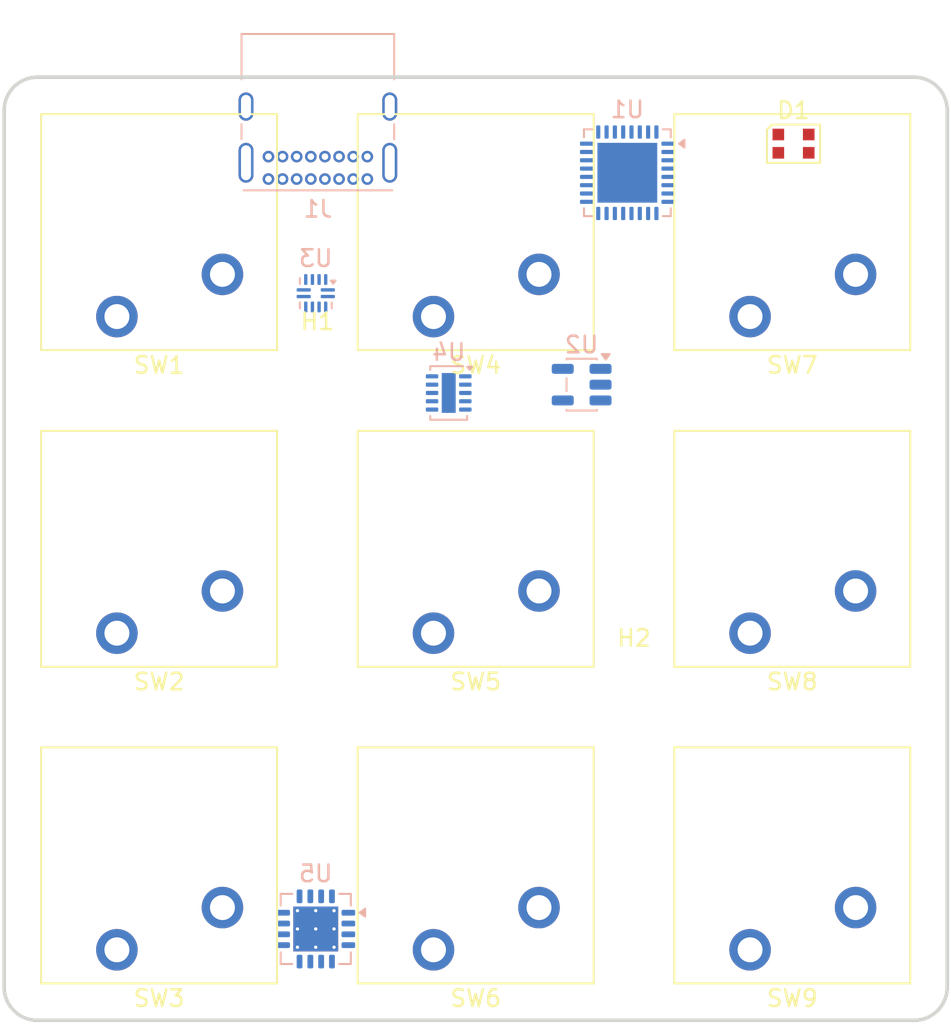
<source format=kicad_pcb>
(kicad_pcb (version 20241229) (generator "pcbnew") (generator_version "9.0")
  (layers (0 "F.Cu" signal) (2 "B.Cu" signal) (13 "F.Paste" user) (15 "B.Paste" user) (5 "F.SilkS" user "F.Silkscreen") (7 "B.SilkS" user "B.Silkscreen") (1 "F.Mask" user) (3 "B.Mask" user) (25 "Edge.Cuts" user))
  (net 0 "")
  (net 1 "Net-(U1-VDDA3P3-Pad2)")
  (net 18 "Net-(J1-GND-PadA1)")
  (net 19 "Net-(J1-VBUS-PadA4)")
  (net 38 "Net-(J1-D--PadA7)")
  (net 39 "Net-(J1-D+-PadA6)")
  (footprint "PCM_Switch_Keyboard_Cherry_MX:SW_Cherry_MX_PCB_1.00u" (layer "F.Cu") (at 88.425001 76.925 180)
    (property "Reference" "SW9" (at 0 -8 0) (layer "F.SilkS"))
    (property "Value" "SW_SPST")
    (fp_line (start 7.1 7.1) (end 7.1 -7.1) (stroke (width 0.12)) (layer "F.SilkS"))
    (fp_line (start 7.1 -7.1) (end -7.1 -7.1) (stroke (width 0.12)) (layer "F.SilkS"))
    (fp_line (start -7.1 7.1) (end 7.1 7.1) (stroke (width 0.12)) (layer "F.SilkS"))
    (fp_line (start -7.1 -7.1) (end -7.1 7.1) (stroke (width 0.12)) (layer "F.SilkS"))
    (pad "" np_thru_hole circle (at -5.08 0 180) (size 1.75 1.75) (drill 1.75) (layers "*.Cu" "*.Mask"))
    (pad "" np_thru_hole circle (at 0 0 180) (size 4 4) (drill 4) (layers "*.Cu" "*.Mask"))
    (pad "" np_thru_hole circle (at 5.08 0 180) (size 1.75 1.75) (drill 1.75) (layers "*.Cu" "*.Mask"))
    (pad "1" thru_hole circle (at -3.81 -2.54 180) (size 2.5 2.5) (drill 1.5) (layers "*.Cu" "*.Mask"))
    (pad "2" thru_hole circle (at 2.54 -5.08 180) (size 2.5 2.5) (drill 1.5) (layers "*.Cu" "*.Mask"))
  )
  (footprint "PCM_Switch_Keyboard_Cherry_MX:SW_Cherry_MX_PCB_1.00u" (layer "F.Cu") (at 88.425001 57.875 180)
    (property "Reference" "SW8" (at 0 -8 0) (layer "F.SilkS"))
    (property "Value" "SW_SPST")
    (fp_line (start 7.1 7.1) (end 7.1 -7.1) (stroke (width 0.12)) (layer "F.SilkS"))
    (fp_line (start 7.1 -7.1) (end -7.1 -7.1) (stroke (width 0.12)) (layer "F.SilkS"))
    (fp_line (start -7.1 7.1) (end 7.1 7.1) (stroke (width 0.12)) (layer "F.SilkS"))
    (fp_line (start -7.1 -7.1) (end -7.1 7.1) (stroke (width 0.12)) (layer "F.SilkS"))
    (pad "" np_thru_hole circle (at -5.08 0 180) (size 1.75 1.75) (drill 1.75) (layers "*.Cu" "*.Mask"))
    (pad "" np_thru_hole circle (at 0 0 180) (size 4 4) (drill 4) (layers "*.Cu" "*.Mask"))
    (pad "" np_thru_hole circle (at 5.08 0 180) (size 1.75 1.75) (drill 1.75) (layers "*.Cu" "*.Mask"))
    (pad "1" thru_hole circle (at -3.81 -2.54 180) (size 2.5 2.5) (drill 1.5) (layers "*.Cu" "*.Mask"))
    (pad "2" thru_hole circle (at 2.54 -5.08 180) (size 2.5 2.5) (drill 1.5) (layers "*.Cu" "*.Mask"))
  )
  (footprint "LED_SMD:LED_WS2812B-2020_PLCC4_2.0x2.0mm" (layer "F.Cu") (at 88.5 33.5)
    (property "Reference" "D1" (at 0 -2 0) (layer "F.SilkS"))
    (property "Value" "WS2812B-2020")
    (fp_line (start -1.6 1.15) (end -1.6 -0.85) (stroke (width 0.12)) (layer "F.SilkS"))
    (fp_line (start -1.6 1.15) (end 1.6 1.15) (stroke (width 0.12)) (layer "F.SilkS"))
    (fp_line (start -1.3 -1.15) (end -1.6 -0.85) (stroke (width 0.12)) (layer "F.SilkS"))
    (fp_line (start -1.3 -1.15) (end 1.6 -1.15) (stroke (width 0.12)) (layer "F.SilkS"))
    (fp_line (start 1.6 -1.15) (end 1.6 1.15) (stroke (width 0.12)) (layer "F.SilkS"))
    (pad "1" smd rect (at -0.915 -0.55) (size 0.7 0.7) (layers "F.Cu" "F.Mask" "F.Paste"))
    (pad "2" smd rect (at -0.915 0.55) (size 0.7 0.7) (layers "F.Cu" "F.Mask" "F.Paste"))
    (pad "3" smd rect (at 0.915 0.55) (size 0.7 0.7) (layers "F.Cu" "F.Mask" "F.Paste"))
    (pad "4" smd rect (at 0.915 -0.55) (size 0.7 0.7) (layers "F.Cu" "F.Mask" "F.Paste"))
  )
  (footprint "PCM_Switch_Keyboard_Cherry_MX:SW_Cherry_MX_PCB_1.00u" (layer "F.Cu") (at 88.425001 38.825 180)
    (property "Reference" "SW7" (at 0 -8 0) (layer "F.SilkS"))
    (property "Value" "SW_SPST")
    (fp_line (start 7.1 7.1) (end 7.1 -7.1) (stroke (width 0.12)) (layer "F.SilkS"))
    (fp_line (start 7.1 -7.1) (end -7.1 -7.1) (stroke (width 0.12)) (layer "F.SilkS"))
    (fp_line (start -7.1 7.1) (end 7.1 7.1) (stroke (width 0.12)) (layer "F.SilkS"))
    (fp_line (start -7.1 -7.1) (end -7.1 7.1) (stroke (width 0.12)) (layer "F.SilkS"))
    (pad "" np_thru_hole circle (at -5.08 0 180) (size 1.75 1.75) (drill 1.75) (layers "*.Cu" "*.Mask"))
    (pad "" np_thru_hole circle (at 0 0 180) (size 4 4) (drill 4) (layers "*.Cu" "*.Mask"))
    (pad "" np_thru_hole circle (at 5.08 0 180) (size 1.75 1.75) (drill 1.75) (layers "*.Cu" "*.Mask"))
    (pad "1" thru_hole circle (at -3.81 -2.54 180) (size 2.5 2.5) (drill 1.5) (layers "*.Cu" "*.Mask"))
    (pad "2" thru_hole circle (at 2.54 -5.08 180) (size 2.5 2.5) (drill 1.5) (layers "*.Cu" "*.Mask"))
  )
  (footprint "PCM_Switch_Keyboard_Cherry_MX:SW_Cherry_MX_PCB_1.00u" (layer "F.Cu") (at 50.325001 76.925 180)
    (property "Reference" "SW3" (at 0 -8 0) (layer "F.SilkS"))
    (property "Value" "SW_SPST")
    (fp_line (start 7.1 7.1) (end 7.1 -7.1) (stroke (width 0.12)) (layer "F.SilkS"))
    (fp_line (start 7.1 -7.1) (end -7.1 -7.1) (stroke (width 0.12)) (layer "F.SilkS"))
    (fp_line (start -7.1 7.1) (end 7.1 7.1) (stroke (width 0.12)) (layer "F.SilkS"))
    (fp_line (start -7.1 -7.1) (end -7.1 7.1) (stroke (width 0.12)) (layer "F.SilkS"))
    (pad "" np_thru_hole circle (at -5.08 0 180) (size 1.75 1.75) (drill 1.75) (layers "*.Cu" "*.Mask"))
    (pad "" np_thru_hole circle (at 0 0 180) (size 4 4) (drill 4) (layers "*.Cu" "*.Mask"))
    (pad "" np_thru_hole circle (at 5.08 0 180) (size 1.75 1.75) (drill 1.75) (layers "*.Cu" "*.Mask"))
    (pad "1" thru_hole circle (at -3.81 -2.54 180) (size 2.5 2.5) (drill 1.5) (layers "*.Cu" "*.Mask"))
    (pad "2" thru_hole circle (at 2.54 -5.08 180) (size 2.5 2.5) (drill 1.5) (layers "*.Cu" "*.Mask"))
  )
  (footprint "PCM_Switch_Keyboard_Cherry_MX:SW_Cherry_MX_PCB_1.00u" (layer "F.Cu") (at 69.375001 76.925 180)
    (property "Reference" "SW6" (at 0 -8 0) (layer "F.SilkS"))
    (property "Value" "SW_SPST")
    (fp_line (start 7.1 7.1) (end 7.1 -7.1) (stroke (width 0.12)) (layer "F.SilkS"))
    (fp_line (start 7.1 -7.1) (end -7.1 -7.1) (stroke (width 0.12)) (layer "F.SilkS"))
    (fp_line (start -7.1 7.1) (end 7.1 7.1) (stroke (width 0.12)) (layer "F.SilkS"))
    (fp_line (start -7.1 -7.1) (end -7.1 7.1) (stroke (width 0.12)) (layer "F.SilkS"))
    (pad "" np_thru_hole circle (at -5.08 0 180) (size 1.75 1.75) (drill 1.75) (layers "*.Cu" "*.Mask"))
    (pad "" np_thru_hole circle (at 0 0 180) (size 4 4) (drill 4) (layers "*.Cu" "*.Mask"))
    (pad "" np_thru_hole circle (at 5.08 0 180) (size 1.75 1.75) (drill 1.75) (layers "*.Cu" "*.Mask"))
    (pad "1" thru_hole circle (at -3.81 -2.54 180) (size 2.5 2.5) (drill 1.5) (layers "*.Cu" "*.Mask"))
    (pad "2" thru_hole circle (at 2.54 -5.08 180) (size 2.5 2.5) (drill 1.5) (layers "*.Cu" "*.Mask"))
  )
  (footprint "PCM_Switch_Keyboard_Cherry_MX:SW_Cherry_MX_PCB_1.00u" (layer "F.Cu") (at 69.375001 57.875 180)
    (property "Reference" "SW5" (at 0 -8 0) (layer "F.SilkS"))
    (property "Value" "SW_SPST")
    (fp_line (start 7.1 7.1) (end 7.1 -7.1) (stroke (width 0.12)) (layer "F.SilkS"))
    (fp_line (start 7.1 -7.1) (end -7.1 -7.1) (stroke (width 0.12)) (layer "F.SilkS"))
    (fp_line (start -7.1 7.1) (end 7.1 7.1) (stroke (width 0.12)) (layer "F.SilkS"))
    (fp_line (start -7.1 -7.1) (end -7.1 7.1) (stroke (width 0.12)) (layer "F.SilkS"))
    (pad "" np_thru_hole circle (at -5.08 0 180) (size 1.75 1.75) (drill 1.75) (layers "*.Cu" "*.Mask"))
    (pad "" np_thru_hole circle (at 0 0 180) (size 4 4) (drill 4) (layers "*.Cu" "*.Mask"))
    (pad "" np_thru_hole circle (at 5.08 0 180) (size 1.75 1.75) (drill 1.75) (layers "*.Cu" "*.Mask"))
    (pad "1" thru_hole circle (at -3.81 -2.54 180) (size 2.5 2.5) (drill 1.5) (layers "*.Cu" "*.Mask"))
    (pad "2" thru_hole circle (at 2.54 -5.08 180) (size 2.5 2.5) (drill 1.5) (layers "*.Cu" "*.Mask"))
  )
  (footprint "MountingHole:MountingHole_3.2mm_M3" (layer "F.Cu") (at 78.900001 67.4)
    (property "Reference" "H2" (at 0 -4.15 0) (layer "F.SilkS"))
    (property "Value" "MountingHole_Pad")
    (pad "" np_thru_hole circle (at 0 0) (size 3.2 3.2) (drill 3.2) (layers "*.Cu" "*.Mask"))
  )
  (footprint "PCM_Switch_Keyboard_Cherry_MX:SW_Cherry_MX_PCB_1.00u" (layer "F.Cu") (at 50.325001 38.825 180)
    (property "Reference" "SW1" (at 0 -8 0) (layer "F.SilkS"))
    (property "Value" "SW_SPST")
    (fp_line (start 7.1 7.1) (end 7.1 -7.1) (stroke (width 0.12)) (layer "F.SilkS"))
    (fp_line (start 7.1 -7.1) (end -7.1 -7.1) (stroke (width 0.12)) (layer "F.SilkS"))
    (fp_line (start -7.1 7.1) (end 7.1 7.1) (stroke (width 0.12)) (layer "F.SilkS"))
    (fp_line (start -7.1 -7.1) (end -7.1 7.1) (stroke (width 0.12)) (layer "F.SilkS"))
    (pad "" np_thru_hole circle (at -5.08 0 180) (size 1.75 1.75) (drill 1.75) (layers "*.Cu" "*.Mask"))
    (pad "" np_thru_hole circle (at 0 0 180) (size 4 4) (drill 4) (layers "*.Cu" "*.Mask"))
    (pad "" np_thru_hole circle (at 5.08 0 180) (size 1.75 1.75) (drill 1.75) (layers "*.Cu" "*.Mask"))
    (pad "1" thru_hole circle (at -3.81 -2.54 180) (size 2.5 2.5) (drill 1.5) (layers "*.Cu" "*.Mask"))
    (pad "2" thru_hole circle (at 2.54 -5.08 180) (size 2.5 2.5) (drill 1.5) (layers "*.Cu" "*.Mask"))
  )
  (footprint "PCM_Switch_Keyboard_Cherry_MX:SW_Cherry_MX_PCB_1.00u" (layer "F.Cu") (at 69.375001 38.825 180)
    (property "Reference" "SW4" (at 0 -8 0) (layer "F.SilkS"))
    (property "Value" "SW_SPST")
    (fp_line (start 7.1 7.1) (end 7.1 -7.1) (stroke (width 0.12)) (layer "F.SilkS"))
    (fp_line (start 7.1 -7.1) (end -7.1 -7.1) (stroke (width 0.12)) (layer "F.SilkS"))
    (fp_line (start -7.1 7.1) (end 7.1 7.1) (stroke (width 0.12)) (layer "F.SilkS"))
    (fp_line (start -7.1 -7.1) (end -7.1 7.1) (stroke (width 0.12)) (layer "F.SilkS"))
    (pad "" np_thru_hole circle (at -5.08 0 180) (size 1.75 1.75) (drill 1.75) (layers "*.Cu" "*.Mask"))
    (pad "" np_thru_hole circle (at 0 0 180) (size 4 4) (drill 4) (layers "*.Cu" "*.Mask"))
    (pad "" np_thru_hole circle (at 5.08 0 180) (size 1.75 1.75) (drill 1.75) (layers "*.Cu" "*.Mask"))
    (pad "1" thru_hole circle (at -3.81 -2.54 180) (size 2.5 2.5) (drill 1.5) (layers "*.Cu" "*.Mask"))
    (pad "2" thru_hole circle (at 2.54 -5.08 180) (size 2.5 2.5) (drill 1.5) (layers "*.Cu" "*.Mask"))
  )
  (footprint "PCM_Switch_Keyboard_Cherry_MX:SW_Cherry_MX_PCB_1.00u" (layer "F.Cu") (at 50.325001 57.875 180)
    (property "Reference" "SW2" (at 0 -8 0) (layer "F.SilkS"))
    (property "Value" "SW_SPST")
    (fp_line (start 7.1 7.1) (end 7.1 -7.1) (stroke (width 0.12)) (layer "F.SilkS"))
    (fp_line (start 7.1 -7.1) (end -7.1 -7.1) (stroke (width 0.12)) (layer "F.SilkS"))
    (fp_line (start -7.1 7.1) (end 7.1 7.1) (stroke (width 0.12)) (layer "F.SilkS"))
    (fp_line (start -7.1 -7.1) (end -7.1 7.1) (stroke (width 0.12)) (layer "F.SilkS"))
    (pad "" np_thru_hole circle (at -5.08 0 180) (size 1.75 1.75) (drill 1.75) (layers "*.Cu" "*.Mask"))
    (pad "" np_thru_hole circle (at 0 0 180) (size 4 4) (drill 4) (layers "*.Cu" "*.Mask"))
    (pad "" np_thru_hole circle (at 5.08 0 180) (size 1.75 1.75) (drill 1.75) (layers "*.Cu" "*.Mask"))
    (pad "1" thru_hole circle (at -3.81 -2.54 180) (size 2.5 2.5) (drill 1.5) (layers "*.Cu" "*.Mask"))
    (pad "2" thru_hole circle (at 2.54 -5.08 180) (size 2.5 2.5) (drill 1.5) (layers "*.Cu" "*.Mask"))
  )
  (footprint "MountingHole:MountingHole_3.2mm_M3" (layer "F.Cu") (at 59.850001 48.35)
    (property "Reference" "H1" (at 0 -4.15 0) (layer "F.SilkS"))
    (property "Value" "MountingHole_Pad")
    (pad "" np_thru_hole circle (at 0 0) (size 3.2 3.2) (drill 3.2) (layers "*.Cu" "*.Mask"))
  )
  (footprint "Connector_USB:USB_C_Receptacle_GCT_USB4085" (layer "B.Cu") (at 56.903082 35.629366)
    (property "Reference" "J1" (at 2.975 1.8 0) (layer "B.SilkS") (effects (justify mirror)))
    (property "Value" "USB_C_Receptacle_USB2.0_14P")
    (fp_line (start -1.62 -8.73) (end 7.57 -8.73) (stroke (width 0.12)) (layer "B.SilkS"))
    (fp_line (start -1.62 -6) (end -1.62 -8.73) (stroke (width 0.12)) (layer "B.SilkS"))
    (fp_line (start -1.62 -2.4) (end -1.62 -3.3) (stroke (width 0.12)) (layer "B.SilkS"))
    (fp_line (start -1.5 0.68) (end 7.45 0.68) (stroke (width 0.12)) (layer "B.SilkS"))
    (fp_line (start 7.57 -6) (end 7.57 -8.73) (stroke (width 0.12)) (layer "B.SilkS"))
    (fp_line (start 7.57 -2.4) (end 7.57 -3.3) (stroke (width 0.12)) (layer "B.SilkS"))
    (pad "A1" thru_hole circle (at 0 0) (size 0.7 0.7) (drill 0.4) (layers "*.Cu" "*.Mask") (net 18 "Net-(J1-GND-PadA1)"))
    (pad "A4" thru_hole circle (at 0.85 0) (size 0.7 0.7) (drill 0.4) (layers "*.Cu" "*.Mask") (net 19 "Net-(J1-VBUS-PadA4)"))
    (pad "A5" thru_hole circle (at 1.7 0) (size 0.7 0.7) (drill 0.4) (layers "*.Cu" "*.Mask"))
    (pad "A6" thru_hole circle (at 2.55 0) (size 0.7 0.7) (drill 0.4) (layers "*.Cu" "*.Mask") (net 39 "Net-(J1-D+-PadA6)"))
    (pad "A7" thru_hole circle (at 3.4 0) (size 0.7 0.7) (drill 0.4) (layers "*.Cu" "*.Mask") (net 38 "Net-(J1-D--PadA7)"))
    (pad "A8" thru_hole circle (at 4.25 0) (size 0.7 0.7) (drill 0.4) (layers "*.Cu" "*.Mask"))
    (pad "A9" thru_hole circle (at 5.1 0) (size 0.7 0.7) (drill 0.4) (layers "*.Cu" "*.Mask") (net 19 "Net-(J1-VBUS-PadA4)"))
    (pad "A12" thru_hole circle (at 5.95 0) (size 0.7 0.7) (drill 0.4) (layers "*.Cu" "*.Mask") (net 18 "Net-(J1-GND-PadA1)"))
    (pad "B1" thru_hole circle (at 5.95 -1.35) (size 0.7 0.7) (drill 0.4) (layers "*.Cu" "*.Mask") (net 18 "Net-(J1-GND-PadA1)"))
    (pad "B4" thru_hole circle (at 5.1 -1.35) (size 0.7 0.7) (drill 0.4) (layers "*.Cu" "*.Mask") (net 19 "Net-(J1-VBUS-PadA4)"))
    (pad "B5" thru_hole circle (at 4.25 -1.35) (size 0.7 0.7) (drill 0.4) (layers "*.Cu" "*.Mask"))
    (pad "B6" thru_hole circle (at 3.4 -1.35) (size 0.7 0.7) (drill 0.4) (layers "*.Cu" "*.Mask") (net 39 "Net-(J1-D+-PadA6)"))
    (pad "B7" thru_hole circle (at 2.55 -1.35) (size 0.7 0.7) (drill 0.4) (layers "*.Cu" "*.Mask") (net 38 "Net-(J1-D--PadA7)"))
    (pad "B8" thru_hole circle (at 1.7 -1.35) (size 0.7 0.7) (drill 0.4) (layers "*.Cu" "*.Mask"))
    (pad "B9" thru_hole circle (at 0.85 -1.35) (size 0.7 0.7) (drill 0.4) (layers "*.Cu" "*.Mask") (net 19 "Net-(J1-VBUS-PadA4)"))
    (pad "B12" thru_hole circle (at 0 -1.35) (size 0.7 0.7) (drill 0.4) (layers "*.Cu" "*.Mask") (net 18 "Net-(J1-GND-PadA1)"))
    (pad "S1" thru_hole oval (at -1.35 -4.36) (size 0.9 1.7) (drill oval 0.6 1.4) (layers "*.Cu" "*.Mask"))
    (pad "S1" thru_hole oval (at -1.35 -0.98) (size 0.9 2.4) (drill oval 0.6 2.1) (layers "*.Cu" "*.Mask"))
    (pad "S1" thru_hole oval (at 7.3 -4.36) (size 0.9 1.7) (drill oval 0.6 1.4) (layers "*.Cu" "*.Mask"))
    (pad "S1" thru_hole oval (at 7.3 -0.98) (size 0.9 2.4) (drill oval 0.6 2.1) (layers "*.Cu" "*.Mask"))
  )
  (footprint "Package_DFN_QFN:QFN-32-1EP_5x5mm_P0.5mm_EP3.6x3.6mm" (layer "B.Cu") (at 78.5 35.25 180)
    (property "Reference" "U1" (at 0 3.8 0) (layer "B.SilkS") (effects (justify mirror)))
    (property "Value" "ESP32-C6FH4")
    (fp_line (start 2.61 2.61) (end 2.61 2.135) (stroke (width 0.12)) (layer "B.SilkS"))
    (fp_line (start 2.61 -2.135) (end 2.61 -2.61) (stroke (width 0.12)) (layer "B.SilkS"))
    (fp_line (start 2.61 -2.61) (end 2.135 -2.61) (stroke (width 0.12)) (layer "B.SilkS"))
    (fp_line (start 2.135 2.61) (end 2.61 2.61) (stroke (width 0.12)) (layer "B.SilkS"))
    (fp_line (start -2.135 -2.61) (end -2.61 -2.61) (stroke (width 0.12)) (layer "B.SilkS"))
    (fp_line (start -2.61 2.61) (end -2.135 2.61) (stroke (width 0.12)) (layer "B.SilkS"))
    (fp_line (start -2.61 2.135) (end -2.61 2.61) (stroke (width 0.12)) (layer "B.SilkS"))
    (fp_line (start -2.61 -2.61) (end -2.61 -2.135) (stroke (width 0.12)) (layer "B.SilkS"))
    (fp_poly (pts (xy -3.11 1.75) (xy -3.44 1.51) (xy -3.44 1.99)) (stroke (width 0.12)) (fill yes) (layer "B.SilkS"))
    (pad "1" smd roundrect (at -2.45 1.75 180) (size 0.8 0.25) (layers "B.Cu" "B.Mask" "B.Paste"))
    (pad "2" smd roundrect (at -2.45 1.25 180) (size 0.8 0.25) (layers "B.Cu" "B.Mask" "B.Paste") (net 1 "Net-(U1-VDDA3P3-Pad2)"))
    (pad "3" smd roundrect (at -2.45 0.75 180) (size 0.8 0.25) (layers "B.Cu" "B.Mask" "B.Paste") (net 1 "Net-(U1-VDDA3P3-Pad2)"))
    (pad "4" smd roundrect (at -2.45 0.25 180) (size 0.8 0.25) (layers "B.Cu" "B.Mask" "B.Paste"))
    (pad "5" smd roundrect (at -2.45 -0.25 180) (size 0.8 0.25) (layers "B.Cu" "B.Mask" "B.Paste"))
    (pad "6" smd roundrect (at -2.45 -0.75 180) (size 0.8 0.25) (layers "B.Cu" "B.Mask" "B.Paste"))
    (pad "7" smd roundrect (at -2.45 -1.25 180) (size 0.8 0.25) (layers "B.Cu" "B.Mask" "B.Paste"))
    (pad "8" smd roundrect (at -2.45 -1.75 180) (size 0.8 0.25) (layers "B.Cu" "B.Mask" "B.Paste"))
    (pad "9" smd roundrect (at -1.75 -2.45 180) (size 0.25 0.8) (layers "B.Cu" "B.Mask" "B.Paste"))
    (pad "10" smd roundrect (at -1.25 -2.45 180) (size 0.25 0.8) (layers "B.Cu" "B.Mask" "B.Paste"))
    (pad "11" smd roundrect (at -0.75 -2.45 180) (size 0.25 0.8) (layers "B.Cu" "B.Mask" "B.Paste"))
    (pad "12" smd roundrect (at -0.25 -2.45 180) (size 0.25 0.8) (layers "B.Cu" "B.Mask" "B.Paste"))
    (pad "13" smd roundrect (at 0.25 -2.45 180) (size 0.25 0.8) (layers "B.Cu" "B.Mask" "B.Paste"))
    (pad "14" smd roundrect (at 0.75 -2.45 180) (size 0.25 0.8) (layers "B.Cu" "B.Mask" "B.Paste"))
    (pad "15" smd roundrect (at 1.25 -2.45 180) (size 0.25 0.8) (layers "B.Cu" "B.Mask" "B.Paste"))
    (pad "16" smd roundrect (at 1.75 -2.45 180) (size 0.25 0.8) (layers "B.Cu" "B.Mask" "B.Paste"))
    (pad "17" smd roundrect (at 2.45 -1.75 180) (size 0.8 0.25) (layers "B.Cu" "B.Mask" "B.Paste"))
    (pad "18" smd roundrect (at 2.45 -1.25 180) (size 0.8 0.25) (layers "B.Cu" "B.Mask" "B.Paste"))
    (pad "19" smd roundrect (at 2.45 -0.75 180) (size 0.8 0.25) (layers "B.Cu" "B.Mask" "B.Paste"))
    (pad "20" smd roundrect (at 2.45 -0.25 180) (size 0.8 0.25) (layers "B.Cu" "B.Mask" "B.Paste"))
    (pad "21" smd roundrect (at 2.45 0.25 180) (size 0.8 0.25) (layers "B.Cu" "B.Mask" "B.Paste"))
    (pad "22" smd roundrect (at 2.45 0.75 180) (size 0.8 0.25) (layers "B.Cu" "B.Mask" "B.Paste"))
    (pad "23" smd roundrect (at 2.45 1.25 180) (size 0.8 0.25) (layers "B.Cu" "B.Mask" "B.Paste"))
    (pad "24" smd roundrect (at 2.45 1.75 180) (size 0.8 0.25) (layers "B.Cu" "B.Mask" "B.Paste"))
    (pad "25" smd roundrect (at 1.75 2.45 180) (size 0.25 0.8) (layers "B.Cu" "B.Mask" "B.Paste"))
    (pad "26" smd roundrect (at 1.25 2.45 180) (size 0.25 0.8) (layers "B.Cu" "B.Mask" "B.Paste"))
    (pad "27" smd roundrect (at 0.75 2.45 180) (size 0.25 0.8) (layers "B.Cu" "B.Mask" "B.Paste"))
    (pad "28" smd roundrect (at 0.25 2.45 180) (size 0.25 0.8) (layers "B.Cu" "B.Mask" "B.Paste"))
    (pad "29" smd roundrect (at -0.25 2.45 180) (size 0.25 0.8) (layers "B.Cu" "B.Mask" "B.Paste"))
    (pad "30" smd roundrect (at -0.75 2.45 180) (size 0.25 0.8) (layers "B.Cu" "B.Mask" "B.Paste"))
    (pad "31" smd roundrect (at -1.25 2.45 180) (size 0.25 0.8) (layers "B.Cu" "B.Mask" "B.Paste"))
    (pad "32" smd roundrect (at -1.75 2.45 180) (size 0.25 0.8) (layers "B.Cu" "B.Mask" "B.Paste"))
    (pad "33" smd rect (at 0 0 180) (size 3.6 3.6) (property pad_prop_heatsink) (layers "B.Cu" "B.Mask"))
  )
  (footprint "Package_DFN_QFN:Texas_X2QFN-12_1.6x1.6mm_P0.4mm" (layer "B.Cu") (at 59.75 42.5 180)
    (property "Reference" "U3" (at 0 2.1 0) (layer "B.SilkS") (effects (justify mirror)))
    (property "Value" "FUSB303BTMX")
    (fp_line (start 0.96 0.91) (end 0.96 0.56) (stroke (width 0.12)) (layer "B.SilkS"))
    (fp_line (start 0.96 -0.56) (end 0.96 -0.91) (stroke (width 0.12)) (layer "B.SilkS"))
    (fp_line (start -0.96 -0.91) (end -0.96 -0.56) (stroke (width 0.12)) (layer "B.SilkS"))
    (fp_poly (pts (xy -1.05 0.57) (xy -1.19 0.76) (xy -0.91 0.76)) (stroke (width 0.12)) (fill yes) (layer "B.SilkS"))
    (pad "1" smd roundrect (at -0.725 0.2 180) (size 0.85 0.2) (layers "B.Cu" "B.Mask" "B.Paste"))
    (pad "2" smd roundrect (at -0.725 -0.2 180) (size 0.85 0.2) (layers "B.Cu" "B.Mask" "B.Paste"))
    (pad "3" smd roundrect (at -0.6 -0.825 180) (size 0.2 0.65) (layers "B.Cu" "B.Mask" "B.Paste"))
    (pad "4" smd roundrect (at -0.2 -0.825 180) (size 0.2 0.65) (layers "B.Cu" "B.Mask" "B.Paste"))
    (pad "5" smd roundrect (at 0.2 -0.825 180) (size 0.2 0.65) (layers "B.Cu" "B.Mask" "B.Paste"))
    (pad "6" smd roundrect (at 0.6 -0.825 180) (size 0.2 0.65) (layers "B.Cu" "B.Mask" "B.Paste"))
    (pad "7" smd roundrect (at 0.725 -0.2 180) (size 0.85 0.2) (layers "B.Cu" "B.Mask" "B.Paste"))
    (pad "8" smd roundrect (at 0.725 0.2 180) (size 0.85 0.2) (layers "B.Cu" "B.Mask" "B.Paste"))
    (pad "9" smd roundrect (at 0.6 0.825 180) (size 0.2 0.65) (layers "B.Cu" "B.Mask" "B.Paste"))
    (pad "10" smd roundrect (at 0.2 0.825 180) (size 0.2 0.65) (layers "B.Cu" "B.Mask" "B.Paste"))
    (pad "11" smd roundrect (at -0.2 0.825 180) (size 0.2 0.65) (layers "B.Cu" "B.Mask" "B.Paste"))
    (pad "12" smd roundrect (at -0.6 0.825 180) (size 0.2 0.65) (layers "B.Cu" "B.Mask" "B.Paste"))
  )
  (footprint "Package_TO_SOT_SMD:SOT-23-5" (layer "B.Cu") (at 75.75 48 180)
    (property "Reference" "U2" (at 0 2.4 0) (layer "B.SilkS") (effects (justify mirror)))
    (property "Value" "STLQ020C33R")
    (fp_line (start 0.91 1.56) (end 0.91 1.51) (stroke (width 0.12)) (layer "B.SilkS"))
    (fp_line (start 0.91 0.39) (end 0.91 -0.39) (stroke (width 0.12)) (layer "B.SilkS"))
    (fp_line (start 0.91 -1.51) (end 0.91 -1.56) (stroke (width 0.12)) (layer "B.SilkS"))
    (fp_line (start 0.91 -1.56) (end -0.91 -1.56) (stroke (width 0.12)) (layer "B.SilkS"))
    (fp_line (start -0.91 1.56) (end 0.91 1.56) (stroke (width 0.12)) (layer "B.SilkS"))
    (fp_line (start -0.91 1.51) (end -0.91 1.56) (stroke (width 0.12)) (layer "B.SilkS"))
    (fp_line (start -0.91 -1.56) (end -0.91 -1.51) (stroke (width 0.12)) (layer "B.SilkS"))
    (fp_poly (pts (xy -1.45 1.51) (xy -1.69 1.84) (xy -1.21 1.84)) (stroke (width 0.12)) (fill yes) (layer "B.SilkS"))
    (pad "1" smd roundrect (at -1.1375 0.95 180) (size 1.325 0.6) (layers "B.Cu" "B.Mask" "B.Paste"))
    (pad "2" smd roundrect (at -1.1375 0 180) (size 1.325 0.6) (layers "B.Cu" "B.Mask" "B.Paste"))
    (pad "3" smd roundrect (at -1.1375 -0.95 180) (size 1.325 0.6) (layers "B.Cu" "B.Mask" "B.Paste"))
    (pad "4" smd roundrect (at 1.1375 -0.95 180) (size 1.325 0.6) (layers "B.Cu" "B.Mask" "B.Paste"))
    (pad "5" smd roundrect (at 1.1375 0.95 180) (size 1.325 0.6) (layers "B.Cu" "B.Mask" "B.Paste"))
  )
  (footprint "Package_DFN_QFN:Texas_RSA_VQFN-16-1EP_4x4mm_P0.65mm_EP2.7x2.7mm_ThermalVias" (layer "B.Cu") (at 59.75 80.75 180)
    (property "Reference" "U5" (at 0 3.33 0) (layer "B.SilkS") (effects (justify mirror)))
    (property "Value" "TPS61092")
    (fp_line (start 2.11 2.11) (end 2.11 1.41) (stroke (width 0.12)) (layer "B.SilkS"))
    (fp_line (start 2.11 -1.41) (end 2.11 -2.11) (stroke (width 0.12)) (layer "B.SilkS"))
    (fp_line (start 2.11 -2.11) (end 1.41 -2.11) (stroke (width 0.12)) (layer "B.SilkS"))
    (fp_line (start 1.41 2.11) (end 2.11 2.11) (stroke (width 0.12)) (layer "B.SilkS"))
    (fp_line (start -1.41 -2.11) (end -2.11 -2.11) (stroke (width 0.12)) (layer "B.SilkS"))
    (fp_line (start -2.11 2.11) (end -1.41 2.11) (stroke (width 0.12)) (layer "B.SilkS"))
    (fp_line (start -2.11 1.41) (end -2.11 2.11) (stroke (width 0.12)) (layer "B.SilkS"))
    (fp_line (start -2.11 -2.11) (end -2.11 -1.41) (stroke (width 0.12)) (layer "B.SilkS"))
    (fp_poly (pts (xy -2.64 0.98) (xy -2.97 0.74) (xy -2.97 1.22)) (stroke (width 0.12)) (fill yes) (layer "B.SilkS"))
    (pad "1" smd roundrect (at -1.9625 0.975 180) (size 0.825 0.35) (layers "B.Cu" "B.Mask" "B.Paste"))
    (pad "2" smd roundrect (at -1.9625 0.325 180) (size 0.825 0.35) (layers "B.Cu" "B.Mask" "B.Paste"))
    (pad "3" smd roundrect (at -1.9625 -0.325 180) (size 0.825 0.35) (layers "B.Cu" "B.Mask" "B.Paste"))
    (pad "4" smd roundrect (at -1.9625 -0.975 180) (size 0.825 0.35) (layers "B.Cu" "B.Mask" "B.Paste"))
    (pad "5" smd roundrect (at -0.975 -1.9625 180) (size 0.35 0.825) (layers "B.Cu" "B.Mask" "B.Paste"))
    (pad "6" smd roundrect (at -0.325 -1.9625 180) (size 0.35 0.825) (layers "B.Cu" "B.Mask" "B.Paste"))
    (pad "7" smd roundrect (at 0.325 -1.9625 180) (size 0.35 0.825) (layers "B.Cu" "B.Mask" "B.Paste"))
    (pad "8" smd roundrect (at 0.975 -1.9625 180) (size 0.35 0.825) (layers "B.Cu" "B.Mask" "B.Paste"))
    (pad "9" smd roundrect (at 1.9625 -0.975 180) (size 0.825 0.35) (layers "B.Cu" "B.Mask" "B.Paste"))
    (pad "10" smd roundrect (at 1.9625 -0.325 180) (size 0.825 0.35) (layers "B.Cu" "B.Mask" "B.Paste"))
    (pad "11" smd roundrect (at 1.9625 0.325 180) (size 0.825 0.35) (layers "B.Cu" "B.Mask" "B.Paste"))
    (pad "12" smd roundrect (at 1.9625 0.975 180) (size 0.825 0.35) (layers "B.Cu" "B.Mask" "B.Paste"))
    (pad "13" smd roundrect (at 0.975 1.9625 180) (size 0.35 0.825) (layers "B.Cu" "B.Mask" "B.Paste"))
    (pad "14" smd roundrect (at 0.325 1.9625 180) (size 0.35 0.825) (layers "B.Cu" "B.Mask" "B.Paste"))
    (pad "15" smd roundrect (at -0.325 1.9625 180) (size 0.35 0.825) (layers "B.Cu" "B.Mask" "B.Paste"))
    (pad "16" smd roundrect (at -0.975 1.9625 180) (size 0.35 0.825) (layers "B.Cu" "B.Mask" "B.Paste"))
    (pad "17" thru_hole circle (at -1.1 -1.1 180) (size 0.5 0.5) (drill 0.2) (property pad_prop_heatsink) (layers "*.Cu"))
    (pad "17" thru_hole circle (at -1.1 0 180) (size 0.5 0.5) (drill 0.2) (property pad_prop_heatsink) (layers "*.Cu"))
    (pad "17" thru_hole circle (at -1.1 1.1 180) (size 0.5 0.5) (drill 0.2) (property pad_prop_heatsink) (layers "*.Cu"))
    (pad "17" thru_hole circle (at 0 -1.1 180) (size 0.5 0.5) (drill 0.2) (property pad_prop_heatsink) (layers "*.Cu"))
    (pad "17" thru_hole circle (at 0 0 180) (size 0.5 0.5) (drill 0.2) (property pad_prop_heatsink) (layers "*.Cu"))
    (pad "17" smd rect (at 0 0 180) (size 2.7 2.7) (property pad_prop_heatsink) (layers "F.Cu"))
    (pad "17" smd rect (at 0 0 180) (size 2.7 2.7) (property pad_prop_heatsink) (layers "B.Cu" "B.Mask"))
    (pad "17" thru_hole circle (at 0 1.1 180) (size 0.5 0.5) (drill 0.2) (property pad_prop_heatsink) (layers "*.Cu"))
    (pad "17" thru_hole circle (at 1.1 -1.1 180) (size 0.5 0.5) (drill 0.2) (property pad_prop_heatsink) (layers "*.Cu"))
    (pad "17" thru_hole circle (at 1.1 0 180) (size 0.5 0.5) (drill 0.2) (property pad_prop_heatsink) (layers "*.Cu"))
    (pad "17" thru_hole circle (at 1.1 1.1 180) (size 0.5 0.5) (drill 0.2) (property pad_prop_heatsink) (layers "*.Cu"))
  )
  (footprint "Package_SON:WSON-10-1EP_2x3mm_P0.5mm_EP0.84x2.4mm" (layer "B.Cu") (at 67.75 48.5 180)
    (property "Reference" "U4" (at 0 2.45 0) (layer "B.SilkS") (effects (justify mirror)))
    (property "Value" "BQ25060DQCR")
    (fp_line (start 1.11 1.61) (end 1.11 1.385) (stroke (width 0.12)) (layer "B.SilkS"))
    (fp_line (start 1.11 -1.385) (end 1.11 -1.61) (stroke (width 0.12)) (layer "B.SilkS"))
    (fp_line (start 1.11 -1.61) (end -1.11 -1.61) (stroke (width 0.12)) (layer "B.SilkS"))
    (fp_line (start -0.866259 1.61) (end 1.11 1.61) (stroke (width 0.12)) (layer "B.SilkS"))
    (fp_line (start -1.11 -1.61) (end -1.11 -1.385) (stroke (width 0.12)) (layer "B.SilkS"))
    (fp_poly (pts (xy -1.26 1.39) (xy -1.4 1.58) (xy -1.12 1.58)) (stroke (width 0.12)) (fill yes) (layer "B.SilkS"))
    (pad "1" smd roundrect (at -1 1 180) (size 0.75 0.25) (layers "B.Cu" "B.Mask" "B.Paste"))
    (pad "2" smd roundrect (at -1 0.5 180) (size 0.75 0.25) (layers "B.Cu" "B.Mask" "B.Paste"))
    (pad "3" smd roundrect (at -1 0 180) (size 0.75 0.25) (layers "B.Cu" "B.Mask" "B.Paste"))
    (pad "4" smd roundrect (at -1 -0.5 180) (size 0.75 0.25) (layers "B.Cu" "B.Mask" "B.Paste"))
    (pad "5" smd roundrect (at -1 -1 180) (size 0.75 0.25) (layers "B.Cu" "B.Mask" "B.Paste"))
    (pad "6" smd roundrect (at 1 -1 180) (size 0.75 0.25) (layers "B.Cu" "B.Mask" "B.Paste"))
    (pad "7" smd roundrect (at 1 -0.5 180) (size 0.75 0.25) (layers "B.Cu" "B.Mask" "B.Paste"))
    (pad "8" smd roundrect (at 1 0 180) (size 0.75 0.25) (layers "B.Cu" "B.Mask" "B.Paste"))
    (pad "9" smd roundrect (at 1 0.5 180) (size 0.75 0.25) (layers "B.Cu" "B.Mask" "B.Paste"))
    (pad "10" smd roundrect (at 1 1 180) (size 0.75 0.25) (layers "B.Cu" "B.Mask" "B.Paste"))
    (pad "11" smd rect (at 0 0 180) (size 0.84 2.4) (property pad_prop_heatsink) (layers "B.Cu" "B.Mask"))
  )
  (gr_arc (start 41.000001 31.499999) (mid 41.585787 30.085786) (end 43 29.5) (stroke (width 0.2)) (layer "Edge.Cuts"))
  (gr_line (start 97.750001 31.5) (end 97.750001 84.25) (stroke (width 0.2)) (layer "Edge.Cuts"))
  (gr_arc (start 43.000001 86.25) (mid 41.585787 85.664214) (end 41.000001 84.25) (stroke (width 0.2)) (layer "Edge.Cuts"))
  (gr_line (start 43.000001 86.25) (end 95.750001 86.25) (stroke (width 0.2)) (layer "Edge.Cuts"))
  (gr_arc (start 95.750001 29.5) (mid 97.164215 30.085786) (end 97.750001 31.5) (stroke (width 0.2)) (layer "Edge.Cuts"))
  (gr_arc (start 97.750001 84.25) (mid 97.164215 85.664214) (end 95.750001 86.25) (stroke (width 0.2)) (layer "Edge.Cuts"))
  (gr_line (start 41.000001 31.5) (end 41.000001 84.25) (stroke (width 0.2)) (layer "Edge.Cuts"))
  (gr_arc (start 97.750001 84.25) (mid 97.164215 85.664214) (end 95.750001 86.25) (stroke (width 0.2)) (layer "Edge.Cuts"))
  (gr_arc (start 97.750001 84.25) (mid 97.164215 85.664214) (end 95.750001 86.25) (stroke (width 0.2)) (layer "Edge.Cuts"))
  (gr_line (start 43.000001 86.25) (end 95.750001 86.25) (stroke (width 0.2)) (layer "Edge.Cuts"))
  (gr_arc (start 41.000001 31.499999) (mid 41.585787 30.085786) (end 43 29.5) (stroke (width 0.2)) (layer "Edge.Cuts"))
  (gr_line (start 95.750001 29.5) (end 43 29.5) (stroke (width 0.2)) (layer "Edge.Cuts"))
  (gr_arc (start 43.000001 86.25) (mid 41.585787 85.664214) (end 41.000001 84.25) (stroke (width 0.2)) (layer "Edge.Cuts"))
  (gr_line (start 95.750001 29.5) (end 43 29.5) (stroke (width 0.2)) (layer "Edge.Cuts"))
  (gr_arc (start 95.750001 29.5) (mid 97.164215 30.085786) (end 97.750001 31.5) (stroke (width 0.2)) (layer "Edge.Cuts"))
  (gr_line (start 97.750001 31.5) (end 97.750001 84.25) (stroke (width 0.2)) (layer "Edge.Cuts"))
  (gr_line (start 95.750001 29.5) (end 43 29.5) (stroke (width 0.2)) (layer "Edge.Cuts"))
  (gr_arc (start 43.000001 86.25) (mid 41.585787 85.664214) (end 41.000001 84.25) (stroke (width 0.2)) (layer "Edge.Cuts"))
  (gr_line (start 43.000001 86.25) (end 95.750001 86.25) (stroke (width 0.2)) (layer "Edge.Cuts"))
  (gr_arc (start 97.750001 84.25) (mid 97.164215 85.664214) (end 95.750001 86.25) (stroke (width 0.2)) (layer "Edge.Cuts"))
  (gr_arc (start 95.750001 29.5) (mid 97.164215 30.085786) (end 97.750001 31.5) (stroke (width 0.2)) (layer "Edge.Cuts"))
  (gr_line (start 43.000001 86.25) (end 95.750001 86.25) (stroke (width 0.2)) (layer "Edge.Cuts"))
  (gr_line (start 95.750001 29.5) (end 43 29.5) (stroke (width 0.2)) (layer "Edge.Cuts"))
  (gr_arc (start 43.000001 86.25) (mid 41.585787 85.664214) (end 41.000001 84.25) (stroke (width 0.2)) (layer "Edge.Cuts"))
  (gr_arc (start 95.750001 29.5) (mid 97.164215 30.085786) (end 97.750001 31.5) (stroke (width 0.2)) (layer "Edge.Cuts"))
  (gr_line (start 97.750001 31.5) (end 97.750001 84.25) (stroke (width 0.2)) (layer "Edge.Cuts"))
  (gr_line (start 41.000001 31.499999) (end 41.000001 84.25) (stroke (width 0.2)) (layer "Edge.Cuts"))
  (gr_arc (start 41.000001 31.499999) (mid 41.585787 30.085786) (end 43 29.5) (stroke (width 0.2)) (layer "Edge.Cuts"))
  (gr_line (start 97.750001 31.5) (end 97.750001 84.25) (stroke (width 0.2)) (layer "Edge.Cuts"))
  (gr_line (start 41.000001 31.499999) (end 41.000001 84.25) (stroke (width 0.2)) (layer "Edge.Cuts"))
  (gr_line (start 41.000001 31.499999) (end 41.000001 84.25) (stroke (width 0.2)) (layer "Edge.Cuts"))
  (gr_arc (start 41.000001 31.5) (mid 41.585787 30.085786) (end 43 29.5) (stroke (width 0.2)) (layer "Edge.Cuts"))
)
</source>
